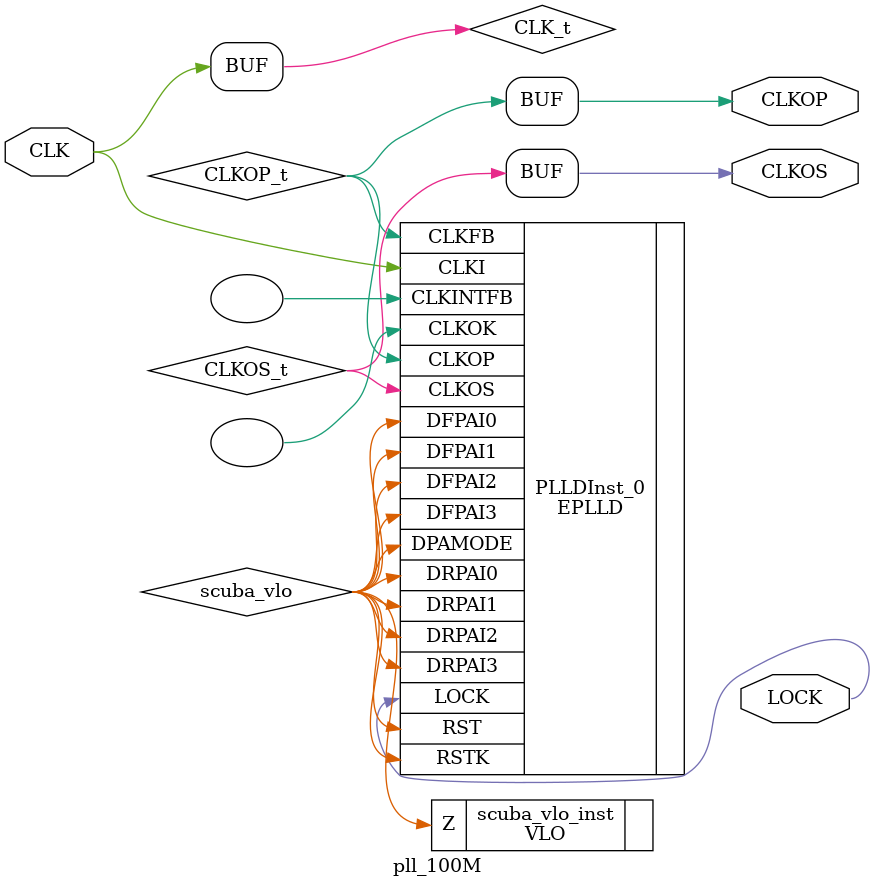
<source format=v>
/* Verilog netlist generated by SCUBA Diamond (64-bit) 3.11.3.469 */
/* Module Version: 5.7 */
/* C:\lscc\diamond\3.11_x64\ispfpga\bin\nt64\scuba.exe -w -n pll_100M -lang verilog -synth synplify -arch ep5a00 -type pll -fin 25 -phase_cntl STATIC -bypasss -fclkop 100 -fclkop_tol 0.0 -delay_cntl AUTO_NO_DELAY -fb_mode CLOCKTREE -extcap AUTO -phaseadj 0.0 -duty 8 -noclkok -norst  */
/* Mon Jul 05 16:25:07 2021 */


`timescale 1 ns / 1 ps
module pll_100M (CLK, CLKOP, CLKOS, LOCK)/* synthesis NGD_DRC_MASK=1 */;
    input wire CLK;
    output wire CLKOP;
    output wire CLKOS;
    output wire LOCK;

    wire CLKOS_t;
    wire CLKOP_t;
    wire scuba_vlo;
    wire CLK_t;

    VLO scuba_vlo_inst (.Z(scuba_vlo));

    // synopsys translate_off
    defparam PLLDInst_0.PLLCAP = "DISABLED" ;
    defparam PLLDInst_0.CLKOK_BYPASS = "DISABLED" ;
    defparam PLLDInst_0.CLKOK_DIV = 2 ;
    defparam PLLDInst_0.CLKOS_BYPASS = "ENABLED" ;
    defparam PLLDInst_0.CLKOP_BYPASS = "DISABLED" ;
    defparam PLLDInst_0.PHASE_CNTL = "STATIC" ;
    defparam PLLDInst_0.DUTY = 8 ;
    defparam PLLDInst_0.PHASEADJ = "0.0" ;
    defparam PLLDInst_0.CLKOP_DIV = 8 ;
    defparam PLLDInst_0.CLKFB_DIV = 4 ;
    defparam PLLDInst_0.CLKI_DIV = 1 ;
    // synopsys translate_on
    EPLLD PLLDInst_0 (.CLKI(CLK_t), .CLKFB(CLKOP_t), .RST(scuba_vlo), .RSTK(scuba_vlo), 
        .DPAMODE(scuba_vlo), .DRPAI3(scuba_vlo), .DRPAI2(scuba_vlo), .DRPAI1(scuba_vlo), 
        .DRPAI0(scuba_vlo), .DFPAI3(scuba_vlo), .DFPAI2(scuba_vlo), .DFPAI1(scuba_vlo), 
        .DFPAI0(scuba_vlo), .CLKOP(CLKOP_t), .CLKOS(CLKOS_t), .CLKOK(), 
        .LOCK(LOCK), .CLKINTFB())
             /* synthesis PLLCAP="DISABLED" */
             /* synthesis PLLTYPE="GPLL" */
             /* synthesis CLKOK_BYPASS="DISABLED" */
             /* synthesis CLKOK_DIV="2" */
             /* synthesis CLKOS_BYPASS="ENABLED" */
             /* synthesis FREQUENCY_PIN_CLKOS="25.000000" */
             /* synthesis FREQUENCY_PIN_CLKOP="100.000000" */
             /* synthesis CLKOP_BYPASS="DISABLED" */
             /* synthesis PHASE_CNTL="STATIC" */
             /* synthesis FDEL="0" */
             /* synthesis DUTY="8" */
             /* synthesis PHASEADJ="0.0" */
             /* synthesis FREQUENCY_PIN_CLKI="25.000000" */
             /* synthesis CLKOP_DIV="8" */
             /* synthesis CLKFB_DIV="4" */
             /* synthesis CLKI_DIV="1" */
             /* synthesis FIN="25.000000" */;

    assign CLKOS = CLKOS_t;
    assign CLKOP = CLKOP_t;
    assign CLK_t = CLK;


    // exemplar begin
    // exemplar attribute PLLDInst_0 PLLCAP DISABLED
    // exemplar attribute PLLDInst_0 PLLTYPE GPLL
    // exemplar attribute PLLDInst_0 CLKOK_BYPASS DISABLED
    // exemplar attribute PLLDInst_0 CLKOK_DIV 2
    // exemplar attribute PLLDInst_0 CLKOS_BYPASS ENABLED
    // exemplar attribute PLLDInst_0 FREQUENCY_PIN_CLKOS 25.000000
    // exemplar attribute PLLDInst_0 FREQUENCY_PIN_CLKOP 100.000000
    // exemplar attribute PLLDInst_0 CLKOP_BYPASS DISABLED
    // exemplar attribute PLLDInst_0 PHASE_CNTL STATIC
    // exemplar attribute PLLDInst_0 FDEL 0
    // exemplar attribute PLLDInst_0 DUTY 8
    // exemplar attribute PLLDInst_0 PHASEADJ 0.0
    // exemplar attribute PLLDInst_0 FREQUENCY_PIN_CLKI 25.000000
    // exemplar attribute PLLDInst_0 CLKOP_DIV 8
    // exemplar attribute PLLDInst_0 CLKFB_DIV 4
    // exemplar attribute PLLDInst_0 CLKI_DIV 1
    // exemplar attribute PLLDInst_0 FIN 25.000000
    // exemplar end

endmodule

</source>
